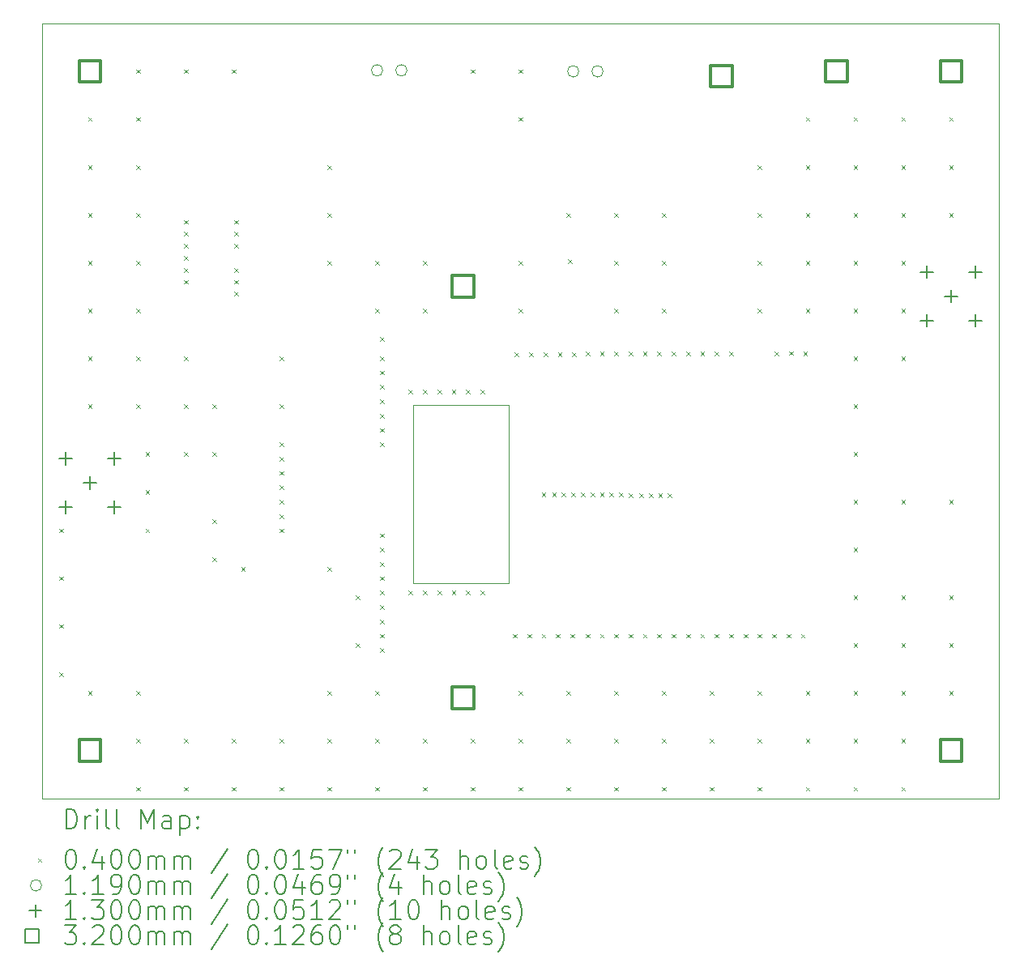
<source format=gbr>
%FSLAX45Y45*%
G04 Gerber Fmt 4.5, Leading zero omitted, Abs format (unit mm)*
G04 Created by KiCad (PCBNEW (6.0.0)) date 2022-09-04 09:00:54*
%MOMM*%
%LPD*%
G01*
G04 APERTURE LIST*
%TA.AperFunction,Profile*%
%ADD10C,0.100000*%
%TD*%
%ADD11C,0.200000*%
%ADD12C,0.040000*%
%ADD13C,0.119000*%
%ADD14C,0.130048*%
%ADD15C,0.320000*%
G04 APERTURE END LIST*
D10*
X8000000Y-3000000D02*
X18000000Y-3000000D01*
X18000000Y-3000000D02*
X18000000Y-11100000D01*
X18000000Y-11100000D02*
X8000000Y-11100000D01*
X8000000Y-11100000D02*
X8000000Y-3000000D01*
X11880000Y-6990000D02*
X12880000Y-6990000D01*
X12880000Y-6990000D02*
X12880000Y-8850000D01*
X12880000Y-8850000D02*
X11880000Y-8850000D01*
X11880000Y-8850000D02*
X11880000Y-6990000D01*
D11*
D12*
X8180000Y-8280000D02*
X8220000Y-8320000D01*
X8220000Y-8280000D02*
X8180000Y-8320000D01*
X8180000Y-8780000D02*
X8220000Y-8820000D01*
X8220000Y-8780000D02*
X8180000Y-8820000D01*
X8180000Y-9280000D02*
X8220000Y-9320000D01*
X8220000Y-9280000D02*
X8180000Y-9320000D01*
X8180000Y-9780000D02*
X8220000Y-9820000D01*
X8220000Y-9780000D02*
X8180000Y-9820000D01*
X8480000Y-3980000D02*
X8520000Y-4020000D01*
X8520000Y-3980000D02*
X8480000Y-4020000D01*
X8480000Y-4480000D02*
X8520000Y-4520000D01*
X8520000Y-4480000D02*
X8480000Y-4520000D01*
X8480000Y-4980000D02*
X8520000Y-5020000D01*
X8520000Y-4980000D02*
X8480000Y-5020000D01*
X8480000Y-5480000D02*
X8520000Y-5520000D01*
X8520000Y-5480000D02*
X8480000Y-5520000D01*
X8480000Y-5980000D02*
X8520000Y-6020000D01*
X8520000Y-5980000D02*
X8480000Y-6020000D01*
X8480000Y-6480000D02*
X8520000Y-6520000D01*
X8520000Y-6480000D02*
X8480000Y-6520000D01*
X8480000Y-6980000D02*
X8520000Y-7020000D01*
X8520000Y-6980000D02*
X8480000Y-7020000D01*
X8480000Y-9980000D02*
X8520000Y-10020000D01*
X8520000Y-9980000D02*
X8480000Y-10020000D01*
X8980000Y-3480000D02*
X9020000Y-3520000D01*
X9020000Y-3480000D02*
X8980000Y-3520000D01*
X8980000Y-3980000D02*
X9020000Y-4020000D01*
X9020000Y-3980000D02*
X8980000Y-4020000D01*
X8980000Y-4480000D02*
X9020000Y-4520000D01*
X9020000Y-4480000D02*
X8980000Y-4520000D01*
X8980000Y-4980000D02*
X9020000Y-5020000D01*
X9020000Y-4980000D02*
X8980000Y-5020000D01*
X8980000Y-5480000D02*
X9020000Y-5520000D01*
X9020000Y-5480000D02*
X8980000Y-5520000D01*
X8980000Y-5980000D02*
X9020000Y-6020000D01*
X9020000Y-5980000D02*
X8980000Y-6020000D01*
X8980000Y-6480000D02*
X9020000Y-6520000D01*
X9020000Y-6480000D02*
X8980000Y-6520000D01*
X8980000Y-6980000D02*
X9020000Y-7020000D01*
X9020000Y-6980000D02*
X8980000Y-7020000D01*
X8980000Y-9980000D02*
X9020000Y-10020000D01*
X9020000Y-9980000D02*
X8980000Y-10020000D01*
X8980000Y-10480000D02*
X9020000Y-10520000D01*
X9020000Y-10480000D02*
X8980000Y-10520000D01*
X8980000Y-10980000D02*
X9020000Y-11020000D01*
X9020000Y-10980000D02*
X8980000Y-11020000D01*
X9080000Y-7480000D02*
X9120000Y-7520000D01*
X9120000Y-7480000D02*
X9080000Y-7520000D01*
X9080000Y-7880000D02*
X9120000Y-7920000D01*
X9120000Y-7880000D02*
X9080000Y-7920000D01*
X9080000Y-8280000D02*
X9120000Y-8320000D01*
X9120000Y-8280000D02*
X9080000Y-8320000D01*
X9480000Y-3480000D02*
X9520000Y-3520000D01*
X9520000Y-3480000D02*
X9480000Y-3520000D01*
X9480000Y-5055000D02*
X9520000Y-5095000D01*
X9520000Y-5055000D02*
X9480000Y-5095000D01*
X9480000Y-5180000D02*
X9520000Y-5220000D01*
X9520000Y-5180000D02*
X9480000Y-5220000D01*
X9480000Y-5305000D02*
X9520000Y-5345000D01*
X9520000Y-5305000D02*
X9480000Y-5345000D01*
X9480000Y-5430000D02*
X9520000Y-5470000D01*
X9520000Y-5430000D02*
X9480000Y-5470000D01*
X9480000Y-5555000D02*
X9520000Y-5595000D01*
X9520000Y-5555000D02*
X9480000Y-5595000D01*
X9480000Y-5680000D02*
X9520000Y-5720000D01*
X9520000Y-5680000D02*
X9480000Y-5720000D01*
X9480000Y-6480000D02*
X9520000Y-6520000D01*
X9520000Y-6480000D02*
X9480000Y-6520000D01*
X9480000Y-6980000D02*
X9520000Y-7020000D01*
X9520000Y-6980000D02*
X9480000Y-7020000D01*
X9480000Y-7480000D02*
X9520000Y-7520000D01*
X9520000Y-7480000D02*
X9480000Y-7520000D01*
X9480000Y-10480000D02*
X9520000Y-10520000D01*
X9520000Y-10480000D02*
X9480000Y-10520000D01*
X9480000Y-10980000D02*
X9520000Y-11020000D01*
X9520000Y-10980000D02*
X9480000Y-11020000D01*
X9780000Y-6980000D02*
X9820000Y-7020000D01*
X9820000Y-6980000D02*
X9780000Y-7020000D01*
X9780000Y-7480000D02*
X9820000Y-7520000D01*
X9820000Y-7480000D02*
X9780000Y-7520000D01*
X9780000Y-8180000D02*
X9820000Y-8220000D01*
X9820000Y-8180000D02*
X9780000Y-8220000D01*
X9780000Y-8580000D02*
X9820000Y-8620000D01*
X9820000Y-8580000D02*
X9780000Y-8620000D01*
X9980000Y-3480000D02*
X10020000Y-3520000D01*
X10020000Y-3480000D02*
X9980000Y-3520000D01*
X9980000Y-10480000D02*
X10020000Y-10520000D01*
X10020000Y-10480000D02*
X9980000Y-10520000D01*
X9980000Y-10980000D02*
X10020000Y-11020000D01*
X10020000Y-10980000D02*
X9980000Y-11020000D01*
X10005000Y-5055000D02*
X10045000Y-5095000D01*
X10045000Y-5055000D02*
X10005000Y-5095000D01*
X10005000Y-5180000D02*
X10045000Y-5220000D01*
X10045000Y-5180000D02*
X10005000Y-5220000D01*
X10005000Y-5305000D02*
X10045000Y-5345000D01*
X10045000Y-5305000D02*
X10005000Y-5345000D01*
X10005000Y-5555000D02*
X10045000Y-5595000D01*
X10045000Y-5555000D02*
X10005000Y-5595000D01*
X10005000Y-5680000D02*
X10045000Y-5720000D01*
X10045000Y-5680000D02*
X10005000Y-5720000D01*
X10005000Y-5805000D02*
X10045000Y-5845000D01*
X10045000Y-5805000D02*
X10005000Y-5845000D01*
X10080000Y-8680000D02*
X10120000Y-8720000D01*
X10120000Y-8680000D02*
X10080000Y-8720000D01*
X10480000Y-6480000D02*
X10520000Y-6520000D01*
X10520000Y-6480000D02*
X10480000Y-6520000D01*
X10480000Y-6980000D02*
X10520000Y-7020000D01*
X10520000Y-6980000D02*
X10480000Y-7020000D01*
X10480000Y-7380000D02*
X10520000Y-7420000D01*
X10520000Y-7380000D02*
X10480000Y-7420000D01*
X10480000Y-7530000D02*
X10520000Y-7570000D01*
X10520000Y-7530000D02*
X10480000Y-7570000D01*
X10480000Y-7680000D02*
X10520000Y-7720000D01*
X10520000Y-7680000D02*
X10480000Y-7720000D01*
X10480000Y-7830000D02*
X10520000Y-7870000D01*
X10520000Y-7830000D02*
X10480000Y-7870000D01*
X10480000Y-7980000D02*
X10520000Y-8020000D01*
X10520000Y-7980000D02*
X10480000Y-8020000D01*
X10480000Y-8130000D02*
X10520000Y-8170000D01*
X10520000Y-8130000D02*
X10480000Y-8170000D01*
X10480000Y-8280000D02*
X10520000Y-8320000D01*
X10520000Y-8280000D02*
X10480000Y-8320000D01*
X10480000Y-10480000D02*
X10520000Y-10520000D01*
X10520000Y-10480000D02*
X10480000Y-10520000D01*
X10480000Y-10980000D02*
X10520000Y-11020000D01*
X10520000Y-10980000D02*
X10480000Y-11020000D01*
X10980000Y-4480000D02*
X11020000Y-4520000D01*
X11020000Y-4480000D02*
X10980000Y-4520000D01*
X10980000Y-4980000D02*
X11020000Y-5020000D01*
X11020000Y-4980000D02*
X10980000Y-5020000D01*
X10980000Y-5480000D02*
X11020000Y-5520000D01*
X11020000Y-5480000D02*
X10980000Y-5520000D01*
X10980000Y-8680000D02*
X11020000Y-8720000D01*
X11020000Y-8680000D02*
X10980000Y-8720000D01*
X10980000Y-9980000D02*
X11020000Y-10020000D01*
X11020000Y-9980000D02*
X10980000Y-10020000D01*
X10980000Y-10480000D02*
X11020000Y-10520000D01*
X11020000Y-10480000D02*
X10980000Y-10520000D01*
X10980000Y-10980000D02*
X11020000Y-11020000D01*
X11020000Y-10980000D02*
X10980000Y-11020000D01*
X11280000Y-8980000D02*
X11320000Y-9020000D01*
X11320000Y-8980000D02*
X11280000Y-9020000D01*
X11280000Y-9480000D02*
X11320000Y-9520000D01*
X11320000Y-9480000D02*
X11280000Y-9520000D01*
X11480000Y-5480000D02*
X11520000Y-5520000D01*
X11520000Y-5480000D02*
X11480000Y-5520000D01*
X11480000Y-5980000D02*
X11520000Y-6020000D01*
X11520000Y-5980000D02*
X11480000Y-6020000D01*
X11480000Y-9980000D02*
X11520000Y-10020000D01*
X11520000Y-9980000D02*
X11480000Y-10020000D01*
X11480000Y-10480000D02*
X11520000Y-10520000D01*
X11520000Y-10480000D02*
X11480000Y-10520000D01*
X11480000Y-10980000D02*
X11520000Y-11020000D01*
X11520000Y-10980000D02*
X11480000Y-11020000D01*
X11530000Y-6280000D02*
X11570000Y-6320000D01*
X11570000Y-6280000D02*
X11530000Y-6320000D01*
X11530000Y-6480000D02*
X11570000Y-6520000D01*
X11570000Y-6480000D02*
X11530000Y-6520000D01*
X11530000Y-6630000D02*
X11570000Y-6670000D01*
X11570000Y-6630000D02*
X11530000Y-6670000D01*
X11530000Y-6780000D02*
X11570000Y-6820000D01*
X11570000Y-6780000D02*
X11530000Y-6820000D01*
X11530000Y-6930000D02*
X11570000Y-6970000D01*
X11570000Y-6930000D02*
X11530000Y-6970000D01*
X11530000Y-7080000D02*
X11570000Y-7120000D01*
X11570000Y-7080000D02*
X11530000Y-7120000D01*
X11530000Y-7230000D02*
X11570000Y-7270000D01*
X11570000Y-7230000D02*
X11530000Y-7270000D01*
X11530000Y-7380000D02*
X11570000Y-7420000D01*
X11570000Y-7380000D02*
X11530000Y-7420000D01*
X11530000Y-8330000D02*
X11570000Y-8370000D01*
X11570000Y-8330000D02*
X11530000Y-8370000D01*
X11530000Y-8480000D02*
X11570000Y-8520000D01*
X11570000Y-8480000D02*
X11530000Y-8520000D01*
X11530000Y-8630000D02*
X11570000Y-8670000D01*
X11570000Y-8630000D02*
X11530000Y-8670000D01*
X11530000Y-8780000D02*
X11570000Y-8820000D01*
X11570000Y-8780000D02*
X11530000Y-8820000D01*
X11530000Y-8930000D02*
X11570000Y-8970000D01*
X11570000Y-8930000D02*
X11530000Y-8970000D01*
X11530000Y-9080000D02*
X11570000Y-9120000D01*
X11570000Y-9080000D02*
X11530000Y-9120000D01*
X11530000Y-9230000D02*
X11570000Y-9270000D01*
X11570000Y-9230000D02*
X11530000Y-9270000D01*
X11530000Y-9380000D02*
X11570000Y-9420000D01*
X11570000Y-9380000D02*
X11530000Y-9420000D01*
X11530000Y-9530000D02*
X11570000Y-9570000D01*
X11570000Y-9530000D02*
X11530000Y-9570000D01*
X11830000Y-6830000D02*
X11870000Y-6870000D01*
X11870000Y-6830000D02*
X11830000Y-6870000D01*
X11830000Y-8930000D02*
X11870000Y-8970000D01*
X11870000Y-8930000D02*
X11830000Y-8970000D01*
X11980000Y-5480000D02*
X12020000Y-5520000D01*
X12020000Y-5480000D02*
X11980000Y-5520000D01*
X11980000Y-5980000D02*
X12020000Y-6020000D01*
X12020000Y-5980000D02*
X11980000Y-6020000D01*
X11980000Y-6830000D02*
X12020000Y-6870000D01*
X12020000Y-6830000D02*
X11980000Y-6870000D01*
X11980000Y-8930000D02*
X12020000Y-8970000D01*
X12020000Y-8930000D02*
X11980000Y-8970000D01*
X11980000Y-10480000D02*
X12020000Y-10520000D01*
X12020000Y-10480000D02*
X11980000Y-10520000D01*
X11980000Y-10980000D02*
X12020000Y-11020000D01*
X12020000Y-10980000D02*
X11980000Y-11020000D01*
X12130000Y-6830000D02*
X12170000Y-6870000D01*
X12170000Y-6830000D02*
X12130000Y-6870000D01*
X12130000Y-8930000D02*
X12170000Y-8970000D01*
X12170000Y-8930000D02*
X12130000Y-8970000D01*
X12280000Y-6830000D02*
X12320000Y-6870000D01*
X12320000Y-6830000D02*
X12280000Y-6870000D01*
X12280000Y-8930000D02*
X12320000Y-8970000D01*
X12320000Y-8930000D02*
X12280000Y-8970000D01*
X12430000Y-6830000D02*
X12470000Y-6870000D01*
X12470000Y-6830000D02*
X12430000Y-6870000D01*
X12430000Y-8930000D02*
X12470000Y-8970000D01*
X12470000Y-8930000D02*
X12430000Y-8970000D01*
X12480000Y-3480000D02*
X12520000Y-3520000D01*
X12520000Y-3480000D02*
X12480000Y-3520000D01*
X12480000Y-10480000D02*
X12520000Y-10520000D01*
X12520000Y-10480000D02*
X12480000Y-10520000D01*
X12480000Y-10980000D02*
X12520000Y-11020000D01*
X12520000Y-10980000D02*
X12480000Y-11020000D01*
X12580000Y-6830000D02*
X12620000Y-6870000D01*
X12620000Y-6830000D02*
X12580000Y-6870000D01*
X12580000Y-8930000D02*
X12620000Y-8970000D01*
X12620000Y-8930000D02*
X12580000Y-8970000D01*
X12920000Y-9380000D02*
X12960000Y-9420000D01*
X12960000Y-9380000D02*
X12920000Y-9420000D01*
X12940000Y-6440000D02*
X12980000Y-6480000D01*
X12980000Y-6440000D02*
X12940000Y-6480000D01*
X12980000Y-3480000D02*
X13020000Y-3520000D01*
X13020000Y-3480000D02*
X12980000Y-3520000D01*
X12980000Y-3980000D02*
X13020000Y-4020000D01*
X13020000Y-3980000D02*
X12980000Y-4020000D01*
X12980000Y-5480000D02*
X13020000Y-5520000D01*
X13020000Y-5480000D02*
X12980000Y-5520000D01*
X12980000Y-5980000D02*
X13020000Y-6020000D01*
X13020000Y-5980000D02*
X12980000Y-6020000D01*
X12980000Y-9980000D02*
X13020000Y-10020000D01*
X13020000Y-9980000D02*
X12980000Y-10020000D01*
X12980000Y-10480000D02*
X13020000Y-10520000D01*
X13020000Y-10480000D02*
X12980000Y-10520000D01*
X12980000Y-10980000D02*
X13020000Y-11020000D01*
X13020000Y-10980000D02*
X12980000Y-11020000D01*
X13070000Y-9380000D02*
X13110000Y-9420000D01*
X13110000Y-9380000D02*
X13070000Y-9420000D01*
X13090000Y-6440000D02*
X13130000Y-6480000D01*
X13130000Y-6440000D02*
X13090000Y-6480000D01*
X13220000Y-7905000D02*
X13260000Y-7945000D01*
X13260000Y-7905000D02*
X13220000Y-7945000D01*
X13220000Y-9380000D02*
X13260000Y-9420000D01*
X13260000Y-9380000D02*
X13220000Y-9420000D01*
X13240000Y-6440000D02*
X13280000Y-6480000D01*
X13280000Y-6440000D02*
X13240000Y-6480000D01*
X13330000Y-7905000D02*
X13370000Y-7945000D01*
X13370000Y-7905000D02*
X13330000Y-7945000D01*
X13370000Y-9380000D02*
X13410000Y-9420000D01*
X13410000Y-9380000D02*
X13370000Y-9420000D01*
X13390000Y-6440000D02*
X13430000Y-6480000D01*
X13430000Y-6440000D02*
X13390000Y-6480000D01*
X13430000Y-7905000D02*
X13470000Y-7945000D01*
X13470000Y-7905000D02*
X13430000Y-7945000D01*
X13480000Y-4980000D02*
X13520000Y-5020000D01*
X13520000Y-4980000D02*
X13480000Y-5020000D01*
X13480000Y-9980000D02*
X13520000Y-10020000D01*
X13520000Y-9980000D02*
X13480000Y-10020000D01*
X13480000Y-10480000D02*
X13520000Y-10520000D01*
X13520000Y-10480000D02*
X13480000Y-10520000D01*
X13480000Y-10980000D02*
X13520000Y-11020000D01*
X13520000Y-10980000D02*
X13480000Y-11020000D01*
X13493102Y-5466898D02*
X13533102Y-5506898D01*
X13533102Y-5466898D02*
X13493102Y-5506898D01*
X13520000Y-9380000D02*
X13560000Y-9420000D01*
X13560000Y-9380000D02*
X13520000Y-9420000D01*
X13530000Y-7905000D02*
X13570000Y-7945000D01*
X13570000Y-7905000D02*
X13530000Y-7945000D01*
X13540000Y-6440000D02*
X13580000Y-6480000D01*
X13580000Y-6440000D02*
X13540000Y-6480000D01*
X13630000Y-7905000D02*
X13670000Y-7945000D01*
X13670000Y-7905000D02*
X13630000Y-7945000D01*
X13680000Y-6430000D02*
X13720000Y-6470000D01*
X13720000Y-6430000D02*
X13680000Y-6470000D01*
X13680000Y-9380000D02*
X13720000Y-9420000D01*
X13720000Y-9380000D02*
X13680000Y-9420000D01*
X13730000Y-7905000D02*
X13770000Y-7945000D01*
X13770000Y-7905000D02*
X13730000Y-7945000D01*
X13830000Y-6430000D02*
X13870000Y-6470000D01*
X13870000Y-6430000D02*
X13830000Y-6470000D01*
X13830000Y-7905000D02*
X13870000Y-7945000D01*
X13870000Y-7905000D02*
X13830000Y-7945000D01*
X13830000Y-9380000D02*
X13870000Y-9420000D01*
X13870000Y-9380000D02*
X13830000Y-9420000D01*
X13930000Y-7905000D02*
X13970000Y-7945000D01*
X13970000Y-7905000D02*
X13930000Y-7945000D01*
X13980000Y-4980000D02*
X14020000Y-5020000D01*
X14020000Y-4980000D02*
X13980000Y-5020000D01*
X13980000Y-5480000D02*
X14020000Y-5520000D01*
X14020000Y-5480000D02*
X13980000Y-5520000D01*
X13980000Y-5980000D02*
X14020000Y-6020000D01*
X14020000Y-5980000D02*
X13980000Y-6020000D01*
X13980000Y-6430000D02*
X14020000Y-6470000D01*
X14020000Y-6430000D02*
X13980000Y-6470000D01*
X13980000Y-9380000D02*
X14020000Y-9420000D01*
X14020000Y-9380000D02*
X13980000Y-9420000D01*
X13980000Y-9980000D02*
X14020000Y-10020000D01*
X14020000Y-9980000D02*
X13980000Y-10020000D01*
X13980000Y-10480000D02*
X14020000Y-10520000D01*
X14020000Y-10480000D02*
X13980000Y-10520000D01*
X13980000Y-10980000D02*
X14020000Y-11020000D01*
X14020000Y-10980000D02*
X13980000Y-11020000D01*
X14030000Y-7905000D02*
X14070000Y-7945000D01*
X14070000Y-7905000D02*
X14030000Y-7945000D01*
X14130000Y-6430000D02*
X14170000Y-6470000D01*
X14170000Y-6430000D02*
X14130000Y-6470000D01*
X14130000Y-7910000D02*
X14170000Y-7950000D01*
X14170000Y-7910000D02*
X14130000Y-7950000D01*
X14130000Y-9380000D02*
X14170000Y-9420000D01*
X14170000Y-9380000D02*
X14130000Y-9420000D01*
X14240000Y-7910000D02*
X14280000Y-7950000D01*
X14280000Y-7910000D02*
X14240000Y-7950000D01*
X14280000Y-6430000D02*
X14320000Y-6470000D01*
X14320000Y-6430000D02*
X14280000Y-6470000D01*
X14280000Y-9380000D02*
X14320000Y-9420000D01*
X14320000Y-9380000D02*
X14280000Y-9420000D01*
X14340000Y-7910000D02*
X14380000Y-7950000D01*
X14380000Y-7910000D02*
X14340000Y-7950000D01*
X14430000Y-6430000D02*
X14470000Y-6470000D01*
X14470000Y-6430000D02*
X14430000Y-6470000D01*
X14430000Y-9380000D02*
X14470000Y-9420000D01*
X14470000Y-9380000D02*
X14430000Y-9420000D01*
X14440000Y-7910000D02*
X14480000Y-7950000D01*
X14480000Y-7910000D02*
X14440000Y-7950000D01*
X14480000Y-4980000D02*
X14520000Y-5020000D01*
X14520000Y-4980000D02*
X14480000Y-5020000D01*
X14480000Y-5480000D02*
X14520000Y-5520000D01*
X14520000Y-5480000D02*
X14480000Y-5520000D01*
X14480000Y-5980000D02*
X14520000Y-6020000D01*
X14520000Y-5980000D02*
X14480000Y-6020000D01*
X14480000Y-9980000D02*
X14520000Y-10020000D01*
X14520000Y-9980000D02*
X14480000Y-10020000D01*
X14480000Y-10480000D02*
X14520000Y-10520000D01*
X14520000Y-10480000D02*
X14480000Y-10520000D01*
X14480000Y-10980000D02*
X14520000Y-11020000D01*
X14520000Y-10980000D02*
X14480000Y-11020000D01*
X14540000Y-7910000D02*
X14580000Y-7950000D01*
X14580000Y-7910000D02*
X14540000Y-7950000D01*
X14580000Y-6430000D02*
X14620000Y-6470000D01*
X14620000Y-6430000D02*
X14580000Y-6470000D01*
X14580000Y-9380000D02*
X14620000Y-9420000D01*
X14620000Y-9380000D02*
X14580000Y-9420000D01*
X14730000Y-6430000D02*
X14770000Y-6470000D01*
X14770000Y-6430000D02*
X14730000Y-6470000D01*
X14730000Y-9380000D02*
X14770000Y-9420000D01*
X14770000Y-9380000D02*
X14730000Y-9420000D01*
X14880000Y-6430000D02*
X14920000Y-6470000D01*
X14920000Y-6430000D02*
X14880000Y-6470000D01*
X14880000Y-9380000D02*
X14920000Y-9420000D01*
X14920000Y-9380000D02*
X14880000Y-9420000D01*
X14980000Y-9980000D02*
X15020000Y-10020000D01*
X15020000Y-9980000D02*
X14980000Y-10020000D01*
X14980000Y-10480000D02*
X15020000Y-10520000D01*
X15020000Y-10480000D02*
X14980000Y-10520000D01*
X14980000Y-10980000D02*
X15020000Y-11020000D01*
X15020000Y-10980000D02*
X14980000Y-11020000D01*
X15030000Y-6430000D02*
X15070000Y-6470000D01*
X15070000Y-6430000D02*
X15030000Y-6470000D01*
X15030000Y-9380000D02*
X15070000Y-9420000D01*
X15070000Y-9380000D02*
X15030000Y-9420000D01*
X15180000Y-6430000D02*
X15220000Y-6470000D01*
X15220000Y-6430000D02*
X15180000Y-6470000D01*
X15180000Y-9380000D02*
X15220000Y-9420000D01*
X15220000Y-9380000D02*
X15180000Y-9420000D01*
X15330000Y-9380000D02*
X15370000Y-9420000D01*
X15370000Y-9380000D02*
X15330000Y-9420000D01*
X15480000Y-4480000D02*
X15520000Y-4520000D01*
X15520000Y-4480000D02*
X15480000Y-4520000D01*
X15480000Y-4980000D02*
X15520000Y-5020000D01*
X15520000Y-4980000D02*
X15480000Y-5020000D01*
X15480000Y-5480000D02*
X15520000Y-5520000D01*
X15520000Y-5480000D02*
X15480000Y-5520000D01*
X15480000Y-5980000D02*
X15520000Y-6020000D01*
X15520000Y-5980000D02*
X15480000Y-6020000D01*
X15480000Y-9380000D02*
X15520000Y-9420000D01*
X15520000Y-9380000D02*
X15480000Y-9420000D01*
X15480000Y-9980000D02*
X15520000Y-10020000D01*
X15520000Y-9980000D02*
X15480000Y-10020000D01*
X15480000Y-10480000D02*
X15520000Y-10520000D01*
X15520000Y-10480000D02*
X15480000Y-10520000D01*
X15480000Y-10980000D02*
X15520000Y-11020000D01*
X15520000Y-10980000D02*
X15480000Y-11020000D01*
X15630000Y-9380000D02*
X15670000Y-9420000D01*
X15670000Y-9380000D02*
X15630000Y-9420000D01*
X15655000Y-6430000D02*
X15695000Y-6470000D01*
X15695000Y-6430000D02*
X15655000Y-6470000D01*
X15780000Y-9380000D02*
X15820000Y-9420000D01*
X15820000Y-9380000D02*
X15780000Y-9420000D01*
X15805000Y-6426151D02*
X15845000Y-6466151D01*
X15845000Y-6426151D02*
X15805000Y-6466151D01*
X15930000Y-9380000D02*
X15970000Y-9420000D01*
X15970000Y-9380000D02*
X15930000Y-9420000D01*
X15955000Y-6430000D02*
X15995000Y-6470000D01*
X15995000Y-6430000D02*
X15955000Y-6470000D01*
X15980000Y-3980000D02*
X16020000Y-4020000D01*
X16020000Y-3980000D02*
X15980000Y-4020000D01*
X15980000Y-4480000D02*
X16020000Y-4520000D01*
X16020000Y-4480000D02*
X15980000Y-4520000D01*
X15980000Y-4980000D02*
X16020000Y-5020000D01*
X16020000Y-4980000D02*
X15980000Y-5020000D01*
X15980000Y-5480000D02*
X16020000Y-5520000D01*
X16020000Y-5480000D02*
X15980000Y-5520000D01*
X15980000Y-5980000D02*
X16020000Y-6020000D01*
X16020000Y-5980000D02*
X15980000Y-6020000D01*
X15980000Y-9980000D02*
X16020000Y-10020000D01*
X16020000Y-9980000D02*
X15980000Y-10020000D01*
X15980000Y-10480000D02*
X16020000Y-10520000D01*
X16020000Y-10480000D02*
X15980000Y-10520000D01*
X15980000Y-10980000D02*
X16020000Y-11020000D01*
X16020000Y-10980000D02*
X15980000Y-11020000D01*
X16480000Y-3980000D02*
X16520000Y-4020000D01*
X16520000Y-3980000D02*
X16480000Y-4020000D01*
X16480000Y-4480000D02*
X16520000Y-4520000D01*
X16520000Y-4480000D02*
X16480000Y-4520000D01*
X16480000Y-4980000D02*
X16520000Y-5020000D01*
X16520000Y-4980000D02*
X16480000Y-5020000D01*
X16480000Y-5480000D02*
X16520000Y-5520000D01*
X16520000Y-5480000D02*
X16480000Y-5520000D01*
X16480000Y-5980000D02*
X16520000Y-6020000D01*
X16520000Y-5980000D02*
X16480000Y-6020000D01*
X16480000Y-6480000D02*
X16520000Y-6520000D01*
X16520000Y-6480000D02*
X16480000Y-6520000D01*
X16480000Y-6980000D02*
X16520000Y-7020000D01*
X16520000Y-6980000D02*
X16480000Y-7020000D01*
X16480000Y-7480000D02*
X16520000Y-7520000D01*
X16520000Y-7480000D02*
X16480000Y-7520000D01*
X16480000Y-7980000D02*
X16520000Y-8020000D01*
X16520000Y-7980000D02*
X16480000Y-8020000D01*
X16480000Y-8480000D02*
X16520000Y-8520000D01*
X16520000Y-8480000D02*
X16480000Y-8520000D01*
X16480000Y-8980000D02*
X16520000Y-9020000D01*
X16520000Y-8980000D02*
X16480000Y-9020000D01*
X16480000Y-9480000D02*
X16520000Y-9520000D01*
X16520000Y-9480000D02*
X16480000Y-9520000D01*
X16480000Y-9980000D02*
X16520000Y-10020000D01*
X16520000Y-9980000D02*
X16480000Y-10020000D01*
X16480000Y-10480000D02*
X16520000Y-10520000D01*
X16520000Y-10480000D02*
X16480000Y-10520000D01*
X16480000Y-10980000D02*
X16520000Y-11020000D01*
X16520000Y-10980000D02*
X16480000Y-11020000D01*
X16980000Y-3980000D02*
X17020000Y-4020000D01*
X17020000Y-3980000D02*
X16980000Y-4020000D01*
X16980000Y-4480000D02*
X17020000Y-4520000D01*
X17020000Y-4480000D02*
X16980000Y-4520000D01*
X16980000Y-4980000D02*
X17020000Y-5020000D01*
X17020000Y-4980000D02*
X16980000Y-5020000D01*
X16980000Y-5480000D02*
X17020000Y-5520000D01*
X17020000Y-5480000D02*
X16980000Y-5520000D01*
X16980000Y-5980000D02*
X17020000Y-6020000D01*
X17020000Y-5980000D02*
X16980000Y-6020000D01*
X16980000Y-6480000D02*
X17020000Y-6520000D01*
X17020000Y-6480000D02*
X16980000Y-6520000D01*
X16980000Y-7980000D02*
X17020000Y-8020000D01*
X17020000Y-7980000D02*
X16980000Y-8020000D01*
X16980000Y-8980000D02*
X17020000Y-9020000D01*
X17020000Y-8980000D02*
X16980000Y-9020000D01*
X16980000Y-9480000D02*
X17020000Y-9520000D01*
X17020000Y-9480000D02*
X16980000Y-9520000D01*
X16980000Y-9980000D02*
X17020000Y-10020000D01*
X17020000Y-9980000D02*
X16980000Y-10020000D01*
X16980000Y-10480000D02*
X17020000Y-10520000D01*
X17020000Y-10480000D02*
X16980000Y-10520000D01*
X16980000Y-10980000D02*
X17020000Y-11020000D01*
X17020000Y-10980000D02*
X16980000Y-11020000D01*
X17480000Y-3980000D02*
X17520000Y-4020000D01*
X17520000Y-3980000D02*
X17480000Y-4020000D01*
X17480000Y-4480000D02*
X17520000Y-4520000D01*
X17520000Y-4480000D02*
X17480000Y-4520000D01*
X17480000Y-4980000D02*
X17520000Y-5020000D01*
X17520000Y-4980000D02*
X17480000Y-5020000D01*
X17480000Y-7980000D02*
X17520000Y-8020000D01*
X17520000Y-7980000D02*
X17480000Y-8020000D01*
X17480000Y-8980000D02*
X17520000Y-9020000D01*
X17520000Y-8980000D02*
X17480000Y-9020000D01*
X17480000Y-9480000D02*
X17520000Y-9520000D01*
X17520000Y-9480000D02*
X17480000Y-9520000D01*
X17480000Y-9980000D02*
X17520000Y-10020000D01*
X17520000Y-9980000D02*
X17480000Y-10020000D01*
D13*
X11559500Y-3490000D02*
G75*
G03*
X11559500Y-3490000I-59500J0D01*
G01*
X11813500Y-3490000D02*
G75*
G03*
X11813500Y-3490000I-59500J0D01*
G01*
X13609500Y-3500000D02*
G75*
G03*
X13609500Y-3500000I-59500J0D01*
G01*
X13863500Y-3500000D02*
G75*
G03*
X13863500Y-3500000I-59500J0D01*
G01*
D14*
X8246000Y-7480976D02*
X8246000Y-7611024D01*
X8180976Y-7546000D02*
X8311024Y-7546000D01*
X8246000Y-7988976D02*
X8246000Y-8119024D01*
X8180976Y-8054000D02*
X8311024Y-8054000D01*
X8500000Y-7734976D02*
X8500000Y-7865024D01*
X8434976Y-7800000D02*
X8565024Y-7800000D01*
X8754000Y-7480976D02*
X8754000Y-7611024D01*
X8688976Y-7546000D02*
X8819024Y-7546000D01*
X8754000Y-7988976D02*
X8754000Y-8119024D01*
X8688976Y-8054000D02*
X8819024Y-8054000D01*
X17246000Y-5530976D02*
X17246000Y-5661024D01*
X17180976Y-5596000D02*
X17311024Y-5596000D01*
X17246000Y-6038976D02*
X17246000Y-6169024D01*
X17180976Y-6104000D02*
X17311024Y-6104000D01*
X17500000Y-5784976D02*
X17500000Y-5915024D01*
X17434976Y-5850000D02*
X17565024Y-5850000D01*
X17754000Y-5530976D02*
X17754000Y-5661024D01*
X17688976Y-5596000D02*
X17819024Y-5596000D01*
X17754000Y-6038976D02*
X17754000Y-6169024D01*
X17688976Y-6104000D02*
X17819024Y-6104000D01*
D15*
X8613138Y-3613138D02*
X8613138Y-3386862D01*
X8386862Y-3386862D01*
X8386862Y-3613138D01*
X8613138Y-3613138D01*
X8613138Y-10713138D02*
X8613138Y-10486862D01*
X8386862Y-10486862D01*
X8386862Y-10713138D01*
X8613138Y-10713138D01*
X12513138Y-5863138D02*
X12513138Y-5636862D01*
X12286862Y-5636862D01*
X12286862Y-5863138D01*
X12513138Y-5863138D01*
X12513138Y-10163138D02*
X12513138Y-9936862D01*
X12286862Y-9936862D01*
X12286862Y-10163138D01*
X12513138Y-10163138D01*
X15213138Y-3663138D02*
X15213138Y-3436862D01*
X14986862Y-3436862D01*
X14986862Y-3663138D01*
X15213138Y-3663138D01*
X16413138Y-3613138D02*
X16413138Y-3386862D01*
X16186862Y-3386862D01*
X16186862Y-3613138D01*
X16413138Y-3613138D01*
X17613138Y-3613138D02*
X17613138Y-3386862D01*
X17386862Y-3386862D01*
X17386862Y-3613138D01*
X17613138Y-3613138D01*
X17613138Y-10713138D02*
X17613138Y-10486862D01*
X17386862Y-10486862D01*
X17386862Y-10713138D01*
X17613138Y-10713138D01*
D11*
X8252619Y-11415476D02*
X8252619Y-11215476D01*
X8300238Y-11215476D01*
X8328809Y-11225000D01*
X8347857Y-11244048D01*
X8357381Y-11263095D01*
X8366905Y-11301190D01*
X8366905Y-11329762D01*
X8357381Y-11367857D01*
X8347857Y-11386905D01*
X8328809Y-11405952D01*
X8300238Y-11415476D01*
X8252619Y-11415476D01*
X8452619Y-11415476D02*
X8452619Y-11282143D01*
X8452619Y-11320238D02*
X8462143Y-11301190D01*
X8471667Y-11291667D01*
X8490714Y-11282143D01*
X8509762Y-11282143D01*
X8576429Y-11415476D02*
X8576429Y-11282143D01*
X8576429Y-11215476D02*
X8566905Y-11225000D01*
X8576429Y-11234524D01*
X8585952Y-11225000D01*
X8576429Y-11215476D01*
X8576429Y-11234524D01*
X8700238Y-11415476D02*
X8681190Y-11405952D01*
X8671667Y-11386905D01*
X8671667Y-11215476D01*
X8805000Y-11415476D02*
X8785952Y-11405952D01*
X8776429Y-11386905D01*
X8776429Y-11215476D01*
X9033571Y-11415476D02*
X9033571Y-11215476D01*
X9100238Y-11358333D01*
X9166905Y-11215476D01*
X9166905Y-11415476D01*
X9347857Y-11415476D02*
X9347857Y-11310714D01*
X9338333Y-11291667D01*
X9319286Y-11282143D01*
X9281190Y-11282143D01*
X9262143Y-11291667D01*
X9347857Y-11405952D02*
X9328810Y-11415476D01*
X9281190Y-11415476D01*
X9262143Y-11405952D01*
X9252619Y-11386905D01*
X9252619Y-11367857D01*
X9262143Y-11348809D01*
X9281190Y-11339286D01*
X9328810Y-11339286D01*
X9347857Y-11329762D01*
X9443095Y-11282143D02*
X9443095Y-11482143D01*
X9443095Y-11291667D02*
X9462143Y-11282143D01*
X9500238Y-11282143D01*
X9519286Y-11291667D01*
X9528810Y-11301190D01*
X9538333Y-11320238D01*
X9538333Y-11377381D01*
X9528810Y-11396428D01*
X9519286Y-11405952D01*
X9500238Y-11415476D01*
X9462143Y-11415476D01*
X9443095Y-11405952D01*
X9624048Y-11396428D02*
X9633571Y-11405952D01*
X9624048Y-11415476D01*
X9614524Y-11405952D01*
X9624048Y-11396428D01*
X9624048Y-11415476D01*
X9624048Y-11291667D02*
X9633571Y-11301190D01*
X9624048Y-11310714D01*
X9614524Y-11301190D01*
X9624048Y-11291667D01*
X9624048Y-11310714D01*
D12*
X7955000Y-11725000D02*
X7995000Y-11765000D01*
X7995000Y-11725000D02*
X7955000Y-11765000D01*
D11*
X8290714Y-11635476D02*
X8309762Y-11635476D01*
X8328809Y-11645000D01*
X8338333Y-11654524D01*
X8347857Y-11673571D01*
X8357381Y-11711667D01*
X8357381Y-11759286D01*
X8347857Y-11797381D01*
X8338333Y-11816428D01*
X8328809Y-11825952D01*
X8309762Y-11835476D01*
X8290714Y-11835476D01*
X8271667Y-11825952D01*
X8262143Y-11816428D01*
X8252619Y-11797381D01*
X8243095Y-11759286D01*
X8243095Y-11711667D01*
X8252619Y-11673571D01*
X8262143Y-11654524D01*
X8271667Y-11645000D01*
X8290714Y-11635476D01*
X8443095Y-11816428D02*
X8452619Y-11825952D01*
X8443095Y-11835476D01*
X8433571Y-11825952D01*
X8443095Y-11816428D01*
X8443095Y-11835476D01*
X8624048Y-11702143D02*
X8624048Y-11835476D01*
X8576429Y-11625952D02*
X8528810Y-11768809D01*
X8652619Y-11768809D01*
X8766905Y-11635476D02*
X8785952Y-11635476D01*
X8805000Y-11645000D01*
X8814524Y-11654524D01*
X8824048Y-11673571D01*
X8833571Y-11711667D01*
X8833571Y-11759286D01*
X8824048Y-11797381D01*
X8814524Y-11816428D01*
X8805000Y-11825952D01*
X8785952Y-11835476D01*
X8766905Y-11835476D01*
X8747857Y-11825952D01*
X8738333Y-11816428D01*
X8728810Y-11797381D01*
X8719286Y-11759286D01*
X8719286Y-11711667D01*
X8728810Y-11673571D01*
X8738333Y-11654524D01*
X8747857Y-11645000D01*
X8766905Y-11635476D01*
X8957381Y-11635476D02*
X8976429Y-11635476D01*
X8995476Y-11645000D01*
X9005000Y-11654524D01*
X9014524Y-11673571D01*
X9024048Y-11711667D01*
X9024048Y-11759286D01*
X9014524Y-11797381D01*
X9005000Y-11816428D01*
X8995476Y-11825952D01*
X8976429Y-11835476D01*
X8957381Y-11835476D01*
X8938333Y-11825952D01*
X8928810Y-11816428D01*
X8919286Y-11797381D01*
X8909762Y-11759286D01*
X8909762Y-11711667D01*
X8919286Y-11673571D01*
X8928810Y-11654524D01*
X8938333Y-11645000D01*
X8957381Y-11635476D01*
X9109762Y-11835476D02*
X9109762Y-11702143D01*
X9109762Y-11721190D02*
X9119286Y-11711667D01*
X9138333Y-11702143D01*
X9166905Y-11702143D01*
X9185952Y-11711667D01*
X9195476Y-11730714D01*
X9195476Y-11835476D01*
X9195476Y-11730714D02*
X9205000Y-11711667D01*
X9224048Y-11702143D01*
X9252619Y-11702143D01*
X9271667Y-11711667D01*
X9281190Y-11730714D01*
X9281190Y-11835476D01*
X9376429Y-11835476D02*
X9376429Y-11702143D01*
X9376429Y-11721190D02*
X9385952Y-11711667D01*
X9405000Y-11702143D01*
X9433571Y-11702143D01*
X9452619Y-11711667D01*
X9462143Y-11730714D01*
X9462143Y-11835476D01*
X9462143Y-11730714D02*
X9471667Y-11711667D01*
X9490714Y-11702143D01*
X9519286Y-11702143D01*
X9538333Y-11711667D01*
X9547857Y-11730714D01*
X9547857Y-11835476D01*
X9938333Y-11625952D02*
X9766905Y-11883095D01*
X10195476Y-11635476D02*
X10214524Y-11635476D01*
X10233571Y-11645000D01*
X10243095Y-11654524D01*
X10252619Y-11673571D01*
X10262143Y-11711667D01*
X10262143Y-11759286D01*
X10252619Y-11797381D01*
X10243095Y-11816428D01*
X10233571Y-11825952D01*
X10214524Y-11835476D01*
X10195476Y-11835476D01*
X10176429Y-11825952D01*
X10166905Y-11816428D01*
X10157381Y-11797381D01*
X10147857Y-11759286D01*
X10147857Y-11711667D01*
X10157381Y-11673571D01*
X10166905Y-11654524D01*
X10176429Y-11645000D01*
X10195476Y-11635476D01*
X10347857Y-11816428D02*
X10357381Y-11825952D01*
X10347857Y-11835476D01*
X10338333Y-11825952D01*
X10347857Y-11816428D01*
X10347857Y-11835476D01*
X10481190Y-11635476D02*
X10500238Y-11635476D01*
X10519286Y-11645000D01*
X10528810Y-11654524D01*
X10538333Y-11673571D01*
X10547857Y-11711667D01*
X10547857Y-11759286D01*
X10538333Y-11797381D01*
X10528810Y-11816428D01*
X10519286Y-11825952D01*
X10500238Y-11835476D01*
X10481190Y-11835476D01*
X10462143Y-11825952D01*
X10452619Y-11816428D01*
X10443095Y-11797381D01*
X10433571Y-11759286D01*
X10433571Y-11711667D01*
X10443095Y-11673571D01*
X10452619Y-11654524D01*
X10462143Y-11645000D01*
X10481190Y-11635476D01*
X10738333Y-11835476D02*
X10624048Y-11835476D01*
X10681190Y-11835476D02*
X10681190Y-11635476D01*
X10662143Y-11664048D01*
X10643095Y-11683095D01*
X10624048Y-11692619D01*
X10919286Y-11635476D02*
X10824048Y-11635476D01*
X10814524Y-11730714D01*
X10824048Y-11721190D01*
X10843095Y-11711667D01*
X10890714Y-11711667D01*
X10909762Y-11721190D01*
X10919286Y-11730714D01*
X10928810Y-11749762D01*
X10928810Y-11797381D01*
X10919286Y-11816428D01*
X10909762Y-11825952D01*
X10890714Y-11835476D01*
X10843095Y-11835476D01*
X10824048Y-11825952D01*
X10814524Y-11816428D01*
X10995476Y-11635476D02*
X11128810Y-11635476D01*
X11043095Y-11835476D01*
X11195476Y-11635476D02*
X11195476Y-11673571D01*
X11271667Y-11635476D02*
X11271667Y-11673571D01*
X11566905Y-11911667D02*
X11557381Y-11902143D01*
X11538333Y-11873571D01*
X11528809Y-11854524D01*
X11519286Y-11825952D01*
X11509762Y-11778333D01*
X11509762Y-11740238D01*
X11519286Y-11692619D01*
X11528809Y-11664048D01*
X11538333Y-11645000D01*
X11557381Y-11616428D01*
X11566905Y-11606905D01*
X11633571Y-11654524D02*
X11643095Y-11645000D01*
X11662143Y-11635476D01*
X11709762Y-11635476D01*
X11728809Y-11645000D01*
X11738333Y-11654524D01*
X11747857Y-11673571D01*
X11747857Y-11692619D01*
X11738333Y-11721190D01*
X11624048Y-11835476D01*
X11747857Y-11835476D01*
X11919286Y-11702143D02*
X11919286Y-11835476D01*
X11871667Y-11625952D02*
X11824048Y-11768809D01*
X11947857Y-11768809D01*
X12005000Y-11635476D02*
X12128809Y-11635476D01*
X12062143Y-11711667D01*
X12090714Y-11711667D01*
X12109762Y-11721190D01*
X12119286Y-11730714D01*
X12128809Y-11749762D01*
X12128809Y-11797381D01*
X12119286Y-11816428D01*
X12109762Y-11825952D01*
X12090714Y-11835476D01*
X12033571Y-11835476D01*
X12014524Y-11825952D01*
X12005000Y-11816428D01*
X12366905Y-11835476D02*
X12366905Y-11635476D01*
X12452619Y-11835476D02*
X12452619Y-11730714D01*
X12443095Y-11711667D01*
X12424048Y-11702143D01*
X12395476Y-11702143D01*
X12376428Y-11711667D01*
X12366905Y-11721190D01*
X12576428Y-11835476D02*
X12557381Y-11825952D01*
X12547857Y-11816428D01*
X12538333Y-11797381D01*
X12538333Y-11740238D01*
X12547857Y-11721190D01*
X12557381Y-11711667D01*
X12576428Y-11702143D01*
X12605000Y-11702143D01*
X12624048Y-11711667D01*
X12633571Y-11721190D01*
X12643095Y-11740238D01*
X12643095Y-11797381D01*
X12633571Y-11816428D01*
X12624048Y-11825952D01*
X12605000Y-11835476D01*
X12576428Y-11835476D01*
X12757381Y-11835476D02*
X12738333Y-11825952D01*
X12728809Y-11806905D01*
X12728809Y-11635476D01*
X12909762Y-11825952D02*
X12890714Y-11835476D01*
X12852619Y-11835476D01*
X12833571Y-11825952D01*
X12824048Y-11806905D01*
X12824048Y-11730714D01*
X12833571Y-11711667D01*
X12852619Y-11702143D01*
X12890714Y-11702143D01*
X12909762Y-11711667D01*
X12919286Y-11730714D01*
X12919286Y-11749762D01*
X12824048Y-11768809D01*
X12995476Y-11825952D02*
X13014524Y-11835476D01*
X13052619Y-11835476D01*
X13071667Y-11825952D01*
X13081190Y-11806905D01*
X13081190Y-11797381D01*
X13071667Y-11778333D01*
X13052619Y-11768809D01*
X13024048Y-11768809D01*
X13005000Y-11759286D01*
X12995476Y-11740238D01*
X12995476Y-11730714D01*
X13005000Y-11711667D01*
X13024048Y-11702143D01*
X13052619Y-11702143D01*
X13071667Y-11711667D01*
X13147857Y-11911667D02*
X13157381Y-11902143D01*
X13176428Y-11873571D01*
X13185952Y-11854524D01*
X13195476Y-11825952D01*
X13205000Y-11778333D01*
X13205000Y-11740238D01*
X13195476Y-11692619D01*
X13185952Y-11664048D01*
X13176428Y-11645000D01*
X13157381Y-11616428D01*
X13147857Y-11606905D01*
D13*
X7995000Y-12009000D02*
G75*
G03*
X7995000Y-12009000I-59500J0D01*
G01*
D11*
X8357381Y-12099476D02*
X8243095Y-12099476D01*
X8300238Y-12099476D02*
X8300238Y-11899476D01*
X8281190Y-11928048D01*
X8262143Y-11947095D01*
X8243095Y-11956619D01*
X8443095Y-12080428D02*
X8452619Y-12089952D01*
X8443095Y-12099476D01*
X8433571Y-12089952D01*
X8443095Y-12080428D01*
X8443095Y-12099476D01*
X8643095Y-12099476D02*
X8528810Y-12099476D01*
X8585952Y-12099476D02*
X8585952Y-11899476D01*
X8566905Y-11928048D01*
X8547857Y-11947095D01*
X8528810Y-11956619D01*
X8738333Y-12099476D02*
X8776429Y-12099476D01*
X8795476Y-12089952D01*
X8805000Y-12080428D01*
X8824048Y-12051857D01*
X8833571Y-12013762D01*
X8833571Y-11937571D01*
X8824048Y-11918524D01*
X8814524Y-11909000D01*
X8795476Y-11899476D01*
X8757381Y-11899476D01*
X8738333Y-11909000D01*
X8728810Y-11918524D01*
X8719286Y-11937571D01*
X8719286Y-11985190D01*
X8728810Y-12004238D01*
X8738333Y-12013762D01*
X8757381Y-12023286D01*
X8795476Y-12023286D01*
X8814524Y-12013762D01*
X8824048Y-12004238D01*
X8833571Y-11985190D01*
X8957381Y-11899476D02*
X8976429Y-11899476D01*
X8995476Y-11909000D01*
X9005000Y-11918524D01*
X9014524Y-11937571D01*
X9024048Y-11975667D01*
X9024048Y-12023286D01*
X9014524Y-12061381D01*
X9005000Y-12080428D01*
X8995476Y-12089952D01*
X8976429Y-12099476D01*
X8957381Y-12099476D01*
X8938333Y-12089952D01*
X8928810Y-12080428D01*
X8919286Y-12061381D01*
X8909762Y-12023286D01*
X8909762Y-11975667D01*
X8919286Y-11937571D01*
X8928810Y-11918524D01*
X8938333Y-11909000D01*
X8957381Y-11899476D01*
X9109762Y-12099476D02*
X9109762Y-11966143D01*
X9109762Y-11985190D02*
X9119286Y-11975667D01*
X9138333Y-11966143D01*
X9166905Y-11966143D01*
X9185952Y-11975667D01*
X9195476Y-11994714D01*
X9195476Y-12099476D01*
X9195476Y-11994714D02*
X9205000Y-11975667D01*
X9224048Y-11966143D01*
X9252619Y-11966143D01*
X9271667Y-11975667D01*
X9281190Y-11994714D01*
X9281190Y-12099476D01*
X9376429Y-12099476D02*
X9376429Y-11966143D01*
X9376429Y-11985190D02*
X9385952Y-11975667D01*
X9405000Y-11966143D01*
X9433571Y-11966143D01*
X9452619Y-11975667D01*
X9462143Y-11994714D01*
X9462143Y-12099476D01*
X9462143Y-11994714D02*
X9471667Y-11975667D01*
X9490714Y-11966143D01*
X9519286Y-11966143D01*
X9538333Y-11975667D01*
X9547857Y-11994714D01*
X9547857Y-12099476D01*
X9938333Y-11889952D02*
X9766905Y-12147095D01*
X10195476Y-11899476D02*
X10214524Y-11899476D01*
X10233571Y-11909000D01*
X10243095Y-11918524D01*
X10252619Y-11937571D01*
X10262143Y-11975667D01*
X10262143Y-12023286D01*
X10252619Y-12061381D01*
X10243095Y-12080428D01*
X10233571Y-12089952D01*
X10214524Y-12099476D01*
X10195476Y-12099476D01*
X10176429Y-12089952D01*
X10166905Y-12080428D01*
X10157381Y-12061381D01*
X10147857Y-12023286D01*
X10147857Y-11975667D01*
X10157381Y-11937571D01*
X10166905Y-11918524D01*
X10176429Y-11909000D01*
X10195476Y-11899476D01*
X10347857Y-12080428D02*
X10357381Y-12089952D01*
X10347857Y-12099476D01*
X10338333Y-12089952D01*
X10347857Y-12080428D01*
X10347857Y-12099476D01*
X10481190Y-11899476D02*
X10500238Y-11899476D01*
X10519286Y-11909000D01*
X10528810Y-11918524D01*
X10538333Y-11937571D01*
X10547857Y-11975667D01*
X10547857Y-12023286D01*
X10538333Y-12061381D01*
X10528810Y-12080428D01*
X10519286Y-12089952D01*
X10500238Y-12099476D01*
X10481190Y-12099476D01*
X10462143Y-12089952D01*
X10452619Y-12080428D01*
X10443095Y-12061381D01*
X10433571Y-12023286D01*
X10433571Y-11975667D01*
X10443095Y-11937571D01*
X10452619Y-11918524D01*
X10462143Y-11909000D01*
X10481190Y-11899476D01*
X10719286Y-11966143D02*
X10719286Y-12099476D01*
X10671667Y-11889952D02*
X10624048Y-12032809D01*
X10747857Y-12032809D01*
X10909762Y-11899476D02*
X10871667Y-11899476D01*
X10852619Y-11909000D01*
X10843095Y-11918524D01*
X10824048Y-11947095D01*
X10814524Y-11985190D01*
X10814524Y-12061381D01*
X10824048Y-12080428D01*
X10833571Y-12089952D01*
X10852619Y-12099476D01*
X10890714Y-12099476D01*
X10909762Y-12089952D01*
X10919286Y-12080428D01*
X10928810Y-12061381D01*
X10928810Y-12013762D01*
X10919286Y-11994714D01*
X10909762Y-11985190D01*
X10890714Y-11975667D01*
X10852619Y-11975667D01*
X10833571Y-11985190D01*
X10824048Y-11994714D01*
X10814524Y-12013762D01*
X11024048Y-12099476D02*
X11062143Y-12099476D01*
X11081190Y-12089952D01*
X11090714Y-12080428D01*
X11109762Y-12051857D01*
X11119286Y-12013762D01*
X11119286Y-11937571D01*
X11109762Y-11918524D01*
X11100238Y-11909000D01*
X11081190Y-11899476D01*
X11043095Y-11899476D01*
X11024048Y-11909000D01*
X11014524Y-11918524D01*
X11005000Y-11937571D01*
X11005000Y-11985190D01*
X11014524Y-12004238D01*
X11024048Y-12013762D01*
X11043095Y-12023286D01*
X11081190Y-12023286D01*
X11100238Y-12013762D01*
X11109762Y-12004238D01*
X11119286Y-11985190D01*
X11195476Y-11899476D02*
X11195476Y-11937571D01*
X11271667Y-11899476D02*
X11271667Y-11937571D01*
X11566905Y-12175667D02*
X11557381Y-12166143D01*
X11538333Y-12137571D01*
X11528809Y-12118524D01*
X11519286Y-12089952D01*
X11509762Y-12042333D01*
X11509762Y-12004238D01*
X11519286Y-11956619D01*
X11528809Y-11928048D01*
X11538333Y-11909000D01*
X11557381Y-11880428D01*
X11566905Y-11870905D01*
X11728809Y-11966143D02*
X11728809Y-12099476D01*
X11681190Y-11889952D02*
X11633571Y-12032809D01*
X11757381Y-12032809D01*
X11985952Y-12099476D02*
X11985952Y-11899476D01*
X12071667Y-12099476D02*
X12071667Y-11994714D01*
X12062143Y-11975667D01*
X12043095Y-11966143D01*
X12014524Y-11966143D01*
X11995476Y-11975667D01*
X11985952Y-11985190D01*
X12195476Y-12099476D02*
X12176428Y-12089952D01*
X12166905Y-12080428D01*
X12157381Y-12061381D01*
X12157381Y-12004238D01*
X12166905Y-11985190D01*
X12176428Y-11975667D01*
X12195476Y-11966143D01*
X12224048Y-11966143D01*
X12243095Y-11975667D01*
X12252619Y-11985190D01*
X12262143Y-12004238D01*
X12262143Y-12061381D01*
X12252619Y-12080428D01*
X12243095Y-12089952D01*
X12224048Y-12099476D01*
X12195476Y-12099476D01*
X12376428Y-12099476D02*
X12357381Y-12089952D01*
X12347857Y-12070905D01*
X12347857Y-11899476D01*
X12528809Y-12089952D02*
X12509762Y-12099476D01*
X12471667Y-12099476D01*
X12452619Y-12089952D01*
X12443095Y-12070905D01*
X12443095Y-11994714D01*
X12452619Y-11975667D01*
X12471667Y-11966143D01*
X12509762Y-11966143D01*
X12528809Y-11975667D01*
X12538333Y-11994714D01*
X12538333Y-12013762D01*
X12443095Y-12032809D01*
X12614524Y-12089952D02*
X12633571Y-12099476D01*
X12671667Y-12099476D01*
X12690714Y-12089952D01*
X12700238Y-12070905D01*
X12700238Y-12061381D01*
X12690714Y-12042333D01*
X12671667Y-12032809D01*
X12643095Y-12032809D01*
X12624048Y-12023286D01*
X12614524Y-12004238D01*
X12614524Y-11994714D01*
X12624048Y-11975667D01*
X12643095Y-11966143D01*
X12671667Y-11966143D01*
X12690714Y-11975667D01*
X12766905Y-12175667D02*
X12776428Y-12166143D01*
X12795476Y-12137571D01*
X12805000Y-12118524D01*
X12814524Y-12089952D01*
X12824048Y-12042333D01*
X12824048Y-12004238D01*
X12814524Y-11956619D01*
X12805000Y-11928048D01*
X12795476Y-11909000D01*
X12776428Y-11880428D01*
X12766905Y-11870905D01*
D14*
X7929976Y-12207976D02*
X7929976Y-12338024D01*
X7864952Y-12273000D02*
X7995000Y-12273000D01*
D11*
X8357381Y-12363476D02*
X8243095Y-12363476D01*
X8300238Y-12363476D02*
X8300238Y-12163476D01*
X8281190Y-12192048D01*
X8262143Y-12211095D01*
X8243095Y-12220619D01*
X8443095Y-12344428D02*
X8452619Y-12353952D01*
X8443095Y-12363476D01*
X8433571Y-12353952D01*
X8443095Y-12344428D01*
X8443095Y-12363476D01*
X8519286Y-12163476D02*
X8643095Y-12163476D01*
X8576429Y-12239667D01*
X8605000Y-12239667D01*
X8624048Y-12249190D01*
X8633571Y-12258714D01*
X8643095Y-12277762D01*
X8643095Y-12325381D01*
X8633571Y-12344428D01*
X8624048Y-12353952D01*
X8605000Y-12363476D01*
X8547857Y-12363476D01*
X8528810Y-12353952D01*
X8519286Y-12344428D01*
X8766905Y-12163476D02*
X8785952Y-12163476D01*
X8805000Y-12173000D01*
X8814524Y-12182524D01*
X8824048Y-12201571D01*
X8833571Y-12239667D01*
X8833571Y-12287286D01*
X8824048Y-12325381D01*
X8814524Y-12344428D01*
X8805000Y-12353952D01*
X8785952Y-12363476D01*
X8766905Y-12363476D01*
X8747857Y-12353952D01*
X8738333Y-12344428D01*
X8728810Y-12325381D01*
X8719286Y-12287286D01*
X8719286Y-12239667D01*
X8728810Y-12201571D01*
X8738333Y-12182524D01*
X8747857Y-12173000D01*
X8766905Y-12163476D01*
X8957381Y-12163476D02*
X8976429Y-12163476D01*
X8995476Y-12173000D01*
X9005000Y-12182524D01*
X9014524Y-12201571D01*
X9024048Y-12239667D01*
X9024048Y-12287286D01*
X9014524Y-12325381D01*
X9005000Y-12344428D01*
X8995476Y-12353952D01*
X8976429Y-12363476D01*
X8957381Y-12363476D01*
X8938333Y-12353952D01*
X8928810Y-12344428D01*
X8919286Y-12325381D01*
X8909762Y-12287286D01*
X8909762Y-12239667D01*
X8919286Y-12201571D01*
X8928810Y-12182524D01*
X8938333Y-12173000D01*
X8957381Y-12163476D01*
X9109762Y-12363476D02*
X9109762Y-12230143D01*
X9109762Y-12249190D02*
X9119286Y-12239667D01*
X9138333Y-12230143D01*
X9166905Y-12230143D01*
X9185952Y-12239667D01*
X9195476Y-12258714D01*
X9195476Y-12363476D01*
X9195476Y-12258714D02*
X9205000Y-12239667D01*
X9224048Y-12230143D01*
X9252619Y-12230143D01*
X9271667Y-12239667D01*
X9281190Y-12258714D01*
X9281190Y-12363476D01*
X9376429Y-12363476D02*
X9376429Y-12230143D01*
X9376429Y-12249190D02*
X9385952Y-12239667D01*
X9405000Y-12230143D01*
X9433571Y-12230143D01*
X9452619Y-12239667D01*
X9462143Y-12258714D01*
X9462143Y-12363476D01*
X9462143Y-12258714D02*
X9471667Y-12239667D01*
X9490714Y-12230143D01*
X9519286Y-12230143D01*
X9538333Y-12239667D01*
X9547857Y-12258714D01*
X9547857Y-12363476D01*
X9938333Y-12153952D02*
X9766905Y-12411095D01*
X10195476Y-12163476D02*
X10214524Y-12163476D01*
X10233571Y-12173000D01*
X10243095Y-12182524D01*
X10252619Y-12201571D01*
X10262143Y-12239667D01*
X10262143Y-12287286D01*
X10252619Y-12325381D01*
X10243095Y-12344428D01*
X10233571Y-12353952D01*
X10214524Y-12363476D01*
X10195476Y-12363476D01*
X10176429Y-12353952D01*
X10166905Y-12344428D01*
X10157381Y-12325381D01*
X10147857Y-12287286D01*
X10147857Y-12239667D01*
X10157381Y-12201571D01*
X10166905Y-12182524D01*
X10176429Y-12173000D01*
X10195476Y-12163476D01*
X10347857Y-12344428D02*
X10357381Y-12353952D01*
X10347857Y-12363476D01*
X10338333Y-12353952D01*
X10347857Y-12344428D01*
X10347857Y-12363476D01*
X10481190Y-12163476D02*
X10500238Y-12163476D01*
X10519286Y-12173000D01*
X10528810Y-12182524D01*
X10538333Y-12201571D01*
X10547857Y-12239667D01*
X10547857Y-12287286D01*
X10538333Y-12325381D01*
X10528810Y-12344428D01*
X10519286Y-12353952D01*
X10500238Y-12363476D01*
X10481190Y-12363476D01*
X10462143Y-12353952D01*
X10452619Y-12344428D01*
X10443095Y-12325381D01*
X10433571Y-12287286D01*
X10433571Y-12239667D01*
X10443095Y-12201571D01*
X10452619Y-12182524D01*
X10462143Y-12173000D01*
X10481190Y-12163476D01*
X10728810Y-12163476D02*
X10633571Y-12163476D01*
X10624048Y-12258714D01*
X10633571Y-12249190D01*
X10652619Y-12239667D01*
X10700238Y-12239667D01*
X10719286Y-12249190D01*
X10728810Y-12258714D01*
X10738333Y-12277762D01*
X10738333Y-12325381D01*
X10728810Y-12344428D01*
X10719286Y-12353952D01*
X10700238Y-12363476D01*
X10652619Y-12363476D01*
X10633571Y-12353952D01*
X10624048Y-12344428D01*
X10928810Y-12363476D02*
X10814524Y-12363476D01*
X10871667Y-12363476D02*
X10871667Y-12163476D01*
X10852619Y-12192048D01*
X10833571Y-12211095D01*
X10814524Y-12220619D01*
X11005000Y-12182524D02*
X11014524Y-12173000D01*
X11033571Y-12163476D01*
X11081190Y-12163476D01*
X11100238Y-12173000D01*
X11109762Y-12182524D01*
X11119286Y-12201571D01*
X11119286Y-12220619D01*
X11109762Y-12249190D01*
X10995476Y-12363476D01*
X11119286Y-12363476D01*
X11195476Y-12163476D02*
X11195476Y-12201571D01*
X11271667Y-12163476D02*
X11271667Y-12201571D01*
X11566905Y-12439667D02*
X11557381Y-12430143D01*
X11538333Y-12401571D01*
X11528809Y-12382524D01*
X11519286Y-12353952D01*
X11509762Y-12306333D01*
X11509762Y-12268238D01*
X11519286Y-12220619D01*
X11528809Y-12192048D01*
X11538333Y-12173000D01*
X11557381Y-12144428D01*
X11566905Y-12134905D01*
X11747857Y-12363476D02*
X11633571Y-12363476D01*
X11690714Y-12363476D02*
X11690714Y-12163476D01*
X11671667Y-12192048D01*
X11652619Y-12211095D01*
X11633571Y-12220619D01*
X11871667Y-12163476D02*
X11890714Y-12163476D01*
X11909762Y-12173000D01*
X11919286Y-12182524D01*
X11928809Y-12201571D01*
X11938333Y-12239667D01*
X11938333Y-12287286D01*
X11928809Y-12325381D01*
X11919286Y-12344428D01*
X11909762Y-12353952D01*
X11890714Y-12363476D01*
X11871667Y-12363476D01*
X11852619Y-12353952D01*
X11843095Y-12344428D01*
X11833571Y-12325381D01*
X11824048Y-12287286D01*
X11824048Y-12239667D01*
X11833571Y-12201571D01*
X11843095Y-12182524D01*
X11852619Y-12173000D01*
X11871667Y-12163476D01*
X12176428Y-12363476D02*
X12176428Y-12163476D01*
X12262143Y-12363476D02*
X12262143Y-12258714D01*
X12252619Y-12239667D01*
X12233571Y-12230143D01*
X12205000Y-12230143D01*
X12185952Y-12239667D01*
X12176428Y-12249190D01*
X12385952Y-12363476D02*
X12366905Y-12353952D01*
X12357381Y-12344428D01*
X12347857Y-12325381D01*
X12347857Y-12268238D01*
X12357381Y-12249190D01*
X12366905Y-12239667D01*
X12385952Y-12230143D01*
X12414524Y-12230143D01*
X12433571Y-12239667D01*
X12443095Y-12249190D01*
X12452619Y-12268238D01*
X12452619Y-12325381D01*
X12443095Y-12344428D01*
X12433571Y-12353952D01*
X12414524Y-12363476D01*
X12385952Y-12363476D01*
X12566905Y-12363476D02*
X12547857Y-12353952D01*
X12538333Y-12334905D01*
X12538333Y-12163476D01*
X12719286Y-12353952D02*
X12700238Y-12363476D01*
X12662143Y-12363476D01*
X12643095Y-12353952D01*
X12633571Y-12334905D01*
X12633571Y-12258714D01*
X12643095Y-12239667D01*
X12662143Y-12230143D01*
X12700238Y-12230143D01*
X12719286Y-12239667D01*
X12728809Y-12258714D01*
X12728809Y-12277762D01*
X12633571Y-12296809D01*
X12805000Y-12353952D02*
X12824048Y-12363476D01*
X12862143Y-12363476D01*
X12881190Y-12353952D01*
X12890714Y-12334905D01*
X12890714Y-12325381D01*
X12881190Y-12306333D01*
X12862143Y-12296809D01*
X12833571Y-12296809D01*
X12814524Y-12287286D01*
X12805000Y-12268238D01*
X12805000Y-12258714D01*
X12814524Y-12239667D01*
X12833571Y-12230143D01*
X12862143Y-12230143D01*
X12881190Y-12239667D01*
X12957381Y-12439667D02*
X12966905Y-12430143D01*
X12985952Y-12401571D01*
X12995476Y-12382524D01*
X13005000Y-12353952D01*
X13014524Y-12306333D01*
X13014524Y-12268238D01*
X13005000Y-12220619D01*
X12995476Y-12192048D01*
X12985952Y-12173000D01*
X12966905Y-12144428D01*
X12957381Y-12134905D01*
X7965711Y-12607711D02*
X7965711Y-12466289D01*
X7824289Y-12466289D01*
X7824289Y-12607711D01*
X7965711Y-12607711D01*
X8233571Y-12427476D02*
X8357381Y-12427476D01*
X8290714Y-12503667D01*
X8319286Y-12503667D01*
X8338333Y-12513190D01*
X8347857Y-12522714D01*
X8357381Y-12541762D01*
X8357381Y-12589381D01*
X8347857Y-12608428D01*
X8338333Y-12617952D01*
X8319286Y-12627476D01*
X8262143Y-12627476D01*
X8243095Y-12617952D01*
X8233571Y-12608428D01*
X8443095Y-12608428D02*
X8452619Y-12617952D01*
X8443095Y-12627476D01*
X8433571Y-12617952D01*
X8443095Y-12608428D01*
X8443095Y-12627476D01*
X8528810Y-12446524D02*
X8538333Y-12437000D01*
X8557381Y-12427476D01*
X8605000Y-12427476D01*
X8624048Y-12437000D01*
X8633571Y-12446524D01*
X8643095Y-12465571D01*
X8643095Y-12484619D01*
X8633571Y-12513190D01*
X8519286Y-12627476D01*
X8643095Y-12627476D01*
X8766905Y-12427476D02*
X8785952Y-12427476D01*
X8805000Y-12437000D01*
X8814524Y-12446524D01*
X8824048Y-12465571D01*
X8833571Y-12503667D01*
X8833571Y-12551286D01*
X8824048Y-12589381D01*
X8814524Y-12608428D01*
X8805000Y-12617952D01*
X8785952Y-12627476D01*
X8766905Y-12627476D01*
X8747857Y-12617952D01*
X8738333Y-12608428D01*
X8728810Y-12589381D01*
X8719286Y-12551286D01*
X8719286Y-12503667D01*
X8728810Y-12465571D01*
X8738333Y-12446524D01*
X8747857Y-12437000D01*
X8766905Y-12427476D01*
X8957381Y-12427476D02*
X8976429Y-12427476D01*
X8995476Y-12437000D01*
X9005000Y-12446524D01*
X9014524Y-12465571D01*
X9024048Y-12503667D01*
X9024048Y-12551286D01*
X9014524Y-12589381D01*
X9005000Y-12608428D01*
X8995476Y-12617952D01*
X8976429Y-12627476D01*
X8957381Y-12627476D01*
X8938333Y-12617952D01*
X8928810Y-12608428D01*
X8919286Y-12589381D01*
X8909762Y-12551286D01*
X8909762Y-12503667D01*
X8919286Y-12465571D01*
X8928810Y-12446524D01*
X8938333Y-12437000D01*
X8957381Y-12427476D01*
X9109762Y-12627476D02*
X9109762Y-12494143D01*
X9109762Y-12513190D02*
X9119286Y-12503667D01*
X9138333Y-12494143D01*
X9166905Y-12494143D01*
X9185952Y-12503667D01*
X9195476Y-12522714D01*
X9195476Y-12627476D01*
X9195476Y-12522714D02*
X9205000Y-12503667D01*
X9224048Y-12494143D01*
X9252619Y-12494143D01*
X9271667Y-12503667D01*
X9281190Y-12522714D01*
X9281190Y-12627476D01*
X9376429Y-12627476D02*
X9376429Y-12494143D01*
X9376429Y-12513190D02*
X9385952Y-12503667D01*
X9405000Y-12494143D01*
X9433571Y-12494143D01*
X9452619Y-12503667D01*
X9462143Y-12522714D01*
X9462143Y-12627476D01*
X9462143Y-12522714D02*
X9471667Y-12503667D01*
X9490714Y-12494143D01*
X9519286Y-12494143D01*
X9538333Y-12503667D01*
X9547857Y-12522714D01*
X9547857Y-12627476D01*
X9938333Y-12417952D02*
X9766905Y-12675095D01*
X10195476Y-12427476D02*
X10214524Y-12427476D01*
X10233571Y-12437000D01*
X10243095Y-12446524D01*
X10252619Y-12465571D01*
X10262143Y-12503667D01*
X10262143Y-12551286D01*
X10252619Y-12589381D01*
X10243095Y-12608428D01*
X10233571Y-12617952D01*
X10214524Y-12627476D01*
X10195476Y-12627476D01*
X10176429Y-12617952D01*
X10166905Y-12608428D01*
X10157381Y-12589381D01*
X10147857Y-12551286D01*
X10147857Y-12503667D01*
X10157381Y-12465571D01*
X10166905Y-12446524D01*
X10176429Y-12437000D01*
X10195476Y-12427476D01*
X10347857Y-12608428D02*
X10357381Y-12617952D01*
X10347857Y-12627476D01*
X10338333Y-12617952D01*
X10347857Y-12608428D01*
X10347857Y-12627476D01*
X10547857Y-12627476D02*
X10433571Y-12627476D01*
X10490714Y-12627476D02*
X10490714Y-12427476D01*
X10471667Y-12456048D01*
X10452619Y-12475095D01*
X10433571Y-12484619D01*
X10624048Y-12446524D02*
X10633571Y-12437000D01*
X10652619Y-12427476D01*
X10700238Y-12427476D01*
X10719286Y-12437000D01*
X10728810Y-12446524D01*
X10738333Y-12465571D01*
X10738333Y-12484619D01*
X10728810Y-12513190D01*
X10614524Y-12627476D01*
X10738333Y-12627476D01*
X10909762Y-12427476D02*
X10871667Y-12427476D01*
X10852619Y-12437000D01*
X10843095Y-12446524D01*
X10824048Y-12475095D01*
X10814524Y-12513190D01*
X10814524Y-12589381D01*
X10824048Y-12608428D01*
X10833571Y-12617952D01*
X10852619Y-12627476D01*
X10890714Y-12627476D01*
X10909762Y-12617952D01*
X10919286Y-12608428D01*
X10928810Y-12589381D01*
X10928810Y-12541762D01*
X10919286Y-12522714D01*
X10909762Y-12513190D01*
X10890714Y-12503667D01*
X10852619Y-12503667D01*
X10833571Y-12513190D01*
X10824048Y-12522714D01*
X10814524Y-12541762D01*
X11052619Y-12427476D02*
X11071667Y-12427476D01*
X11090714Y-12437000D01*
X11100238Y-12446524D01*
X11109762Y-12465571D01*
X11119286Y-12503667D01*
X11119286Y-12551286D01*
X11109762Y-12589381D01*
X11100238Y-12608428D01*
X11090714Y-12617952D01*
X11071667Y-12627476D01*
X11052619Y-12627476D01*
X11033571Y-12617952D01*
X11024048Y-12608428D01*
X11014524Y-12589381D01*
X11005000Y-12551286D01*
X11005000Y-12503667D01*
X11014524Y-12465571D01*
X11024048Y-12446524D01*
X11033571Y-12437000D01*
X11052619Y-12427476D01*
X11195476Y-12427476D02*
X11195476Y-12465571D01*
X11271667Y-12427476D02*
X11271667Y-12465571D01*
X11566905Y-12703667D02*
X11557381Y-12694143D01*
X11538333Y-12665571D01*
X11528809Y-12646524D01*
X11519286Y-12617952D01*
X11509762Y-12570333D01*
X11509762Y-12532238D01*
X11519286Y-12484619D01*
X11528809Y-12456048D01*
X11538333Y-12437000D01*
X11557381Y-12408428D01*
X11566905Y-12398905D01*
X11671667Y-12513190D02*
X11652619Y-12503667D01*
X11643095Y-12494143D01*
X11633571Y-12475095D01*
X11633571Y-12465571D01*
X11643095Y-12446524D01*
X11652619Y-12437000D01*
X11671667Y-12427476D01*
X11709762Y-12427476D01*
X11728809Y-12437000D01*
X11738333Y-12446524D01*
X11747857Y-12465571D01*
X11747857Y-12475095D01*
X11738333Y-12494143D01*
X11728809Y-12503667D01*
X11709762Y-12513190D01*
X11671667Y-12513190D01*
X11652619Y-12522714D01*
X11643095Y-12532238D01*
X11633571Y-12551286D01*
X11633571Y-12589381D01*
X11643095Y-12608428D01*
X11652619Y-12617952D01*
X11671667Y-12627476D01*
X11709762Y-12627476D01*
X11728809Y-12617952D01*
X11738333Y-12608428D01*
X11747857Y-12589381D01*
X11747857Y-12551286D01*
X11738333Y-12532238D01*
X11728809Y-12522714D01*
X11709762Y-12513190D01*
X11985952Y-12627476D02*
X11985952Y-12427476D01*
X12071667Y-12627476D02*
X12071667Y-12522714D01*
X12062143Y-12503667D01*
X12043095Y-12494143D01*
X12014524Y-12494143D01*
X11995476Y-12503667D01*
X11985952Y-12513190D01*
X12195476Y-12627476D02*
X12176428Y-12617952D01*
X12166905Y-12608428D01*
X12157381Y-12589381D01*
X12157381Y-12532238D01*
X12166905Y-12513190D01*
X12176428Y-12503667D01*
X12195476Y-12494143D01*
X12224048Y-12494143D01*
X12243095Y-12503667D01*
X12252619Y-12513190D01*
X12262143Y-12532238D01*
X12262143Y-12589381D01*
X12252619Y-12608428D01*
X12243095Y-12617952D01*
X12224048Y-12627476D01*
X12195476Y-12627476D01*
X12376428Y-12627476D02*
X12357381Y-12617952D01*
X12347857Y-12598905D01*
X12347857Y-12427476D01*
X12528809Y-12617952D02*
X12509762Y-12627476D01*
X12471667Y-12627476D01*
X12452619Y-12617952D01*
X12443095Y-12598905D01*
X12443095Y-12522714D01*
X12452619Y-12503667D01*
X12471667Y-12494143D01*
X12509762Y-12494143D01*
X12528809Y-12503667D01*
X12538333Y-12522714D01*
X12538333Y-12541762D01*
X12443095Y-12560809D01*
X12614524Y-12617952D02*
X12633571Y-12627476D01*
X12671667Y-12627476D01*
X12690714Y-12617952D01*
X12700238Y-12598905D01*
X12700238Y-12589381D01*
X12690714Y-12570333D01*
X12671667Y-12560809D01*
X12643095Y-12560809D01*
X12624048Y-12551286D01*
X12614524Y-12532238D01*
X12614524Y-12522714D01*
X12624048Y-12503667D01*
X12643095Y-12494143D01*
X12671667Y-12494143D01*
X12690714Y-12503667D01*
X12766905Y-12703667D02*
X12776428Y-12694143D01*
X12795476Y-12665571D01*
X12805000Y-12646524D01*
X12814524Y-12617952D01*
X12824048Y-12570333D01*
X12824048Y-12532238D01*
X12814524Y-12484619D01*
X12805000Y-12456048D01*
X12795476Y-12437000D01*
X12776428Y-12408428D01*
X12766905Y-12398905D01*
M02*

</source>
